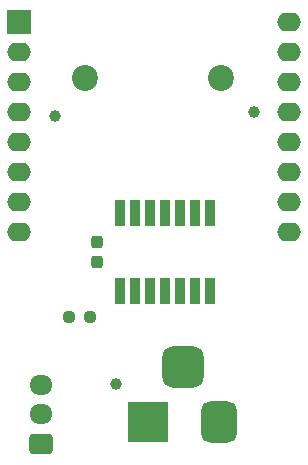
<source format=gbr>
%TF.GenerationSoftware,KiCad,Pcbnew,7.0.11-2.fc38*%
%TF.CreationDate,2024-04-05T10:11:15+02:00*%
%TF.ProjectId,WLED_Board,574c4544-5f42-46f6-9172-642e6b696361,rev?*%
%TF.SameCoordinates,Original*%
%TF.FileFunction,Soldermask,Top*%
%TF.FilePolarity,Negative*%
%FSLAX46Y46*%
G04 Gerber Fmt 4.6, Leading zero omitted, Abs format (unit mm)*
G04 Created by KiCad (PCBNEW 7.0.11-2.fc38) date 2024-04-05 10:11:15*
%MOMM*%
%LPD*%
G01*
G04 APERTURE LIST*
G04 Aperture macros list*
%AMRoundRect*
0 Rectangle with rounded corners*
0 $1 Rounding radius*
0 $2 $3 $4 $5 $6 $7 $8 $9 X,Y pos of 4 corners*
0 Add a 4 corners polygon primitive as box body*
4,1,4,$2,$3,$4,$5,$6,$7,$8,$9,$2,$3,0*
0 Add four circle primitives for the rounded corners*
1,1,$1+$1,$2,$3*
1,1,$1+$1,$4,$5*
1,1,$1+$1,$6,$7*
1,1,$1+$1,$8,$9*
0 Add four rect primitives between the rounded corners*
20,1,$1+$1,$2,$3,$4,$5,0*
20,1,$1+$1,$4,$5,$6,$7,0*
20,1,$1+$1,$6,$7,$8,$9,0*
20,1,$1+$1,$8,$9,$2,$3,0*%
G04 Aperture macros list end*
%ADD10C,1.000000*%
%ADD11RoundRect,0.237500X0.237500X-0.300000X0.237500X0.300000X-0.237500X0.300000X-0.237500X-0.300000X0*%
%ADD12RoundRect,0.102000X-0.330200X-1.016000X0.330200X-1.016000X0.330200X1.016000X-0.330200X1.016000X0*%
%ADD13R,2.000000X2.000000*%
%ADD14O,2.000000X1.600000*%
%ADD15RoundRect,0.250000X0.725000X-0.600000X0.725000X0.600000X-0.725000X0.600000X-0.725000X-0.600000X0*%
%ADD16O,1.950000X1.700000*%
%ADD17RoundRect,0.237500X0.250000X0.237500X-0.250000X0.237500X-0.250000X-0.237500X0.250000X-0.237500X0*%
%ADD18C,2.200000*%
%ADD19R,3.500000X3.500000*%
%ADD20RoundRect,0.750000X0.750000X1.000000X-0.750000X1.000000X-0.750000X-1.000000X0.750000X-1.000000X0*%
%ADD21RoundRect,0.875000X0.875000X0.875000X-0.875000X0.875000X-0.875000X-0.875000X0.875000X-0.875000X0*%
G04 APERTURE END LIST*
D10*
%TO.C,FID1*%
X104049999Y-95900000D03*
%TD*%
D11*
%TO.C,C4*%
X90749999Y-108612500D03*
X90749999Y-106887500D03*
%TD*%
D10*
%TO.C,FID2*%
X87149999Y-96200000D03*
%TD*%
D12*
%TO.C,IC1*%
X92689572Y-111064700D03*
X93959572Y-111064700D03*
X95229572Y-111064700D03*
X96499572Y-111064700D03*
X97769572Y-111064700D03*
X99039572Y-111064700D03*
X100309572Y-111064700D03*
X100309572Y-104435300D03*
X99039572Y-104435300D03*
X97769572Y-104435300D03*
X96499572Y-104435300D03*
X95229572Y-104435300D03*
X93959572Y-104435300D03*
X92689572Y-104435300D03*
%TD*%
D13*
%TO.C,U2*%
X84140000Y-88300000D03*
D14*
X84140000Y-90840000D03*
X84140000Y-93380000D03*
X84140000Y-95920000D03*
X84140000Y-98460000D03*
X84140000Y-101000000D03*
X84140000Y-103540000D03*
X84140000Y-106080000D03*
X107000000Y-106080000D03*
X107000000Y-103540000D03*
X107000000Y-101000000D03*
X107000000Y-98460000D03*
X107000000Y-95920000D03*
X107000000Y-93380000D03*
X107000000Y-90840000D03*
X107000000Y-88300000D03*
%TD*%
D15*
%TO.C,J1*%
X85975000Y-124000000D03*
D16*
X85975000Y-121500000D03*
X85975000Y-119000000D03*
%TD*%
D17*
%TO.C,R3*%
X90162499Y-113250000D03*
X88337499Y-113250000D03*
%TD*%
D18*
%TO.C,H1*%
X89749999Y-93000000D03*
%TD*%
%TO.C,H2*%
X101249999Y-93000000D03*
%TD*%
D19*
%TO.C,J2*%
X95049999Y-122157500D03*
D20*
X101049999Y-122157500D03*
D21*
X98049999Y-117457500D03*
%TD*%
D10*
%TO.C,FID3*%
X92299999Y-118900000D03*
%TD*%
M02*

</source>
